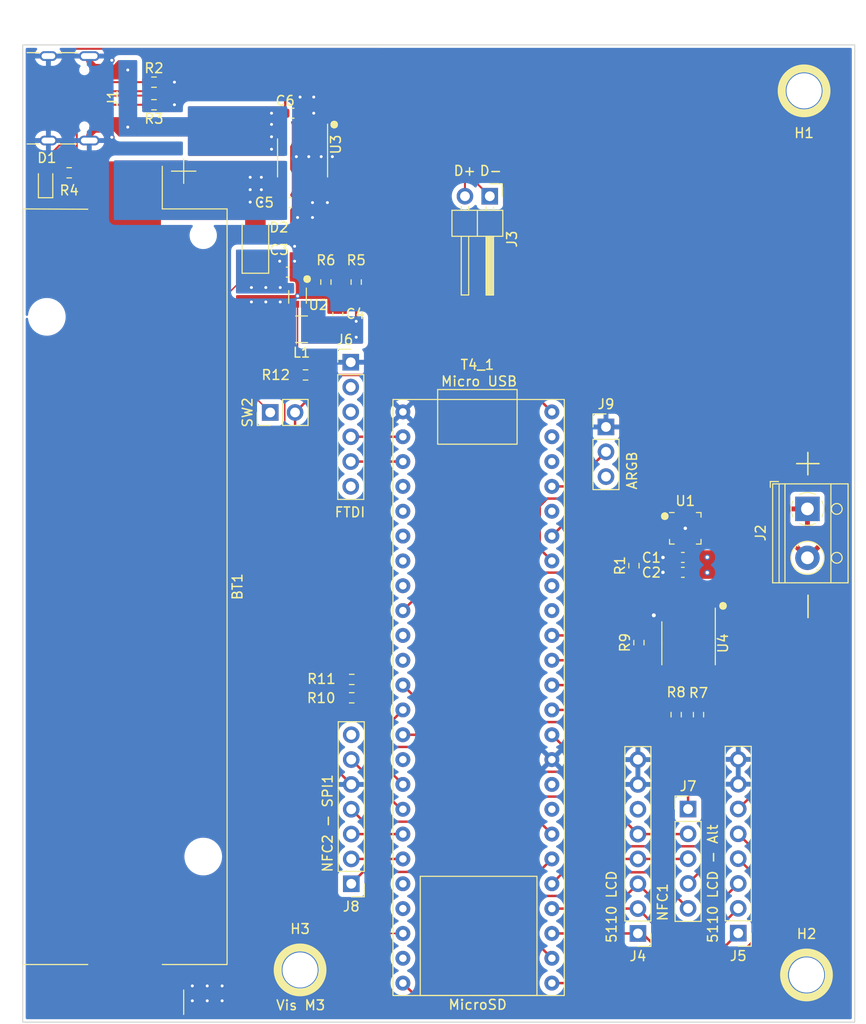
<source format=kicad_pcb>
(kicad_pcb (version 20221018) (generator pcbnew)
  (title_block (title "Carte projet Barbapapa") (date "2023-06-22") (rev "0.2") (company "Téo-CD"))
  (layers (0 "F.Cu" signal) (1 "In1.Cu" power) (2 "In2.Cu" power) (31 "B.Cu" power) (34 "B.Paste" user) (35 "F.Paste" user) (36 "B.SilkS" user "B.Silkscreen") (37 "F.SilkS" user "F.Silkscreen") (38 "B.Mask" user) (39 "F.Mask" user) (44 "Edge.Cuts" user))
  (net 0 "")
  (net 1 "/Power and USB/BATT_LOAD")
  (net 2 "VSS")
  (net 3 "/+3.3V")
  (net 4 "/Power and USB/VBUS")
  (net 5 "Net-(D1-K)")
  (net 6 "Net-(D1-A)")
  (net 7 "Net-(J1-CC1)")
  (net 8 "/Power and USB/USB_D_P")
  (net 9 "/Power and USB/USB_D_N")
  (net 11 "Net-(J1-CC2)")
  (net 13 "/Audio/Speaker_P")
  (net 14 "/Audio/Speaker_N")
  (net 15 "/LCD connectors/LCD_RST")
  (net 16 "/LCD connectors/LCD_CS")
  (net 17 "/LCD connectors/LCD_DC")
  (net 18 "/SPI_COPI")
  (net 19 "/SPI_SCK")
  (net 20 "/LCD connectors/LCD_COPI_ALT")
  (net 21 "/LCD connectors/LCD_SCK_ALT")
  (net 24 "Net-(J6-Pin_4)")
  (net 25 "Net-(J6-Pin_5)")
  (net 27 "/NFC Connectors/NFC1_CS")
  (net 28 "/SPI_CIPO")
  (net 29 "/NFC2_CS")
  (net 30 "/SPI1_SCK")
  (net 31 "/SPI1_COPI")
  (net 32 "/SPI1_CIPO")
  (net 33 "/NFC Connectors/NFC2_RST")
  (net 34 "Net-(J9-Pin_2)")
  (net 35 "Net-(U2-SW)")
  (net 36 "/Audio/Amp_enable")
  (net 37 "Net-(U1-~{SD_MODE})")
  (net 38 "Net-(U2-FB)")
  (net 39 "Net-(U4-X0)")
  (net 40 "Net-(U4-X3)")
  (net 41 "/Audio/AMP_GAIN_EN")
  (net 42 "/Power and USB/VIN")
  (net 48 "/Audio_OUT")
  (net 51 "/Audio/AMP_GAIN0")
  (net 52 "/Audio/AMP_GAIN1")
  (net 55 "/Audio/LRCLK")
  (net 56 "/Audio/BCLK")
  (net 64 "Net-(U1-~{GAIN_SLOT})")
  (net 70 "/NFC1_RST")
  (net 71 "/BAT_SNS")
  (net 74 "/Reg_en")
  (net 75 "/Power and USB/BATT_SAFE")
  (footprint "01_Passives:RES_0603" (layer "F.Cu") (at 51.2572 127 180)
    (fp_text reference "R11")
    (fp_text value "RES_0603_100K_1%")
  )
  (footprint "Connector_PinHeader_2.54mm:PinHeader_1x05_P2.54mm_Vertical" (layer "F.Cu") (at 85.667 140.2536)
    (fp_text reference "J7")
    (fp_text value "NFC1")
  )
  (footprint "01_Passives:RES_0603" (layer "F.Cu") (at 31.0282 68.2244 180)
    (fp_text reference "R3")
    (fp_text value "RES_0603_5K1_1%")
  )
  (footprint "Package_SO:SOIC-8_3.9x4.9mm_P1.27mm" (layer "F.Cu") (at 46.228 73.66 -90)
    (fp_text reference "U3")
    (fp_text value "MAX1811")
  )
  (footprint "01_Passives:RES_0603" (layer "F.Cu") (at 51.2572 128.8796)
    (fp_text reference "R10")
    (fp_text value "RES_0603_200k_1%")
  )
  (footprint "MountingHole:MountingHole_3.2mm_M3" (layer "F.Cu") (at 97.536 66.802)
    (fp_text reference "H1")
    (fp_text value "MountingHole")
  )
  (footprint "Diode_SMD:D_SOD-128" (layer "F.Cu") (at 41.402 82.296 90)
    (fp_text reference "D2")
    (fp_text value "PMEG3050EP-QX")
  )
  (footprint "Battery:BatteryHolder_Keystone_1042_1x18650" (layer "F.Cu") (at 28.066 117.516 -90)
    (fp_text reference "BT1")
    (fp_text value "Battery_Cell")
  )
  (footprint "01_Passives:CAP_0603" (layer "F.Cu") (at 85.1336 116.0474 180)
    (fp_text reference "C2")
    (fp_text value "CAP_0603_10uF_50V")
  )
  (footprint "Connector_PinHeader_2.54mm:PinHeader_1x02_P2.54mm_Vertical" (layer "F.Cu") (at 42.921 99.695 90)
    (fp_text reference "SW2")
    (fp_text value "Power switch")
  )
  (footprint "Connector_USB:USB_C_Receptacle_GCT_USB4105-xx-A_16P_TopMnt_Horizontal" (layer "F.Cu") (at 21.3 67.564 -90)
    (fp_text reference "J1")
    (fp_text value "USB_C_Receptacle_USB2.0")
  )
  (footprint "Stuff:Teensy 4.1" (layer "F.Cu") (at 64.1123 127.579)
    (fp_text reference "T4_1")
    (fp_text value "~")
  )
  (footprint "Connector_PinHeader_2.54mm:PinHeader_1x08_P2.54mm_Vertical" (layer "F.Cu") (at 80.5362 152.979 180)
    (fp_text reference "J4")
    (fp_text value "LCD SPI")
  )
  (footprint "01_Passives:RES_0603" (layer "F.Cu") (at 86.7338 130.6016 90)
    (fp_text reference "R7")
    (fp_text value "RES_0603_100K_1%")
  )
  (footprint "MountingHole:MountingHole_3.2mm_M3" (layer "F.Cu") (at 45.974 156.718)
    (fp_text reference "H3")
    (fp_text value "MountingHole")
  )
  (footprint "01_Passives:CAP_0603" (layer "F.Cu") (at 44.704 85.344)
    (fp_text reference "C3")
    (fp_text value "CAP_0603_10uF_50V")
  )
  (footprint "01_Passives:RES_0603" (layer "F.Cu") (at 48.6156 86.36 90)
    (fp_text reference "R6")
    (fp_text value "RES_0603_44K2_1%")
  )
  (footprint "01_Passives:CAP_0603" (layer "F.Cu") (at 44.958 78.232 180)
    (fp_text reference "C5")
    (fp_text value "CAP_0603_10uF_50V")
  )
  (footprint "MountingHole:MountingHole_3.2mm_M3" (layer "F.Cu") (at 97.79 157.226)
    (fp_text reference "H2")
    (fp_text value "MountingHole")
  )
  (footprint "Inductor_SMD:L_1210_3225Metric_Pad1.42x2.65mm_HandSolder" (layer "F.Cu") (at 46.1264 91.186)
    (fp_text reference "L1")
    (fp_text value "IND_1.5uH_5A_20%")
  )
  (footprint "Connector_PinHeader_2.54mm:PinHeader_1x07_P2.54mm_Vertical" (layer "F.Cu") (at 51.2091 147.899 180)
    (fp_text reference "J8")
    (fp_text value "NFC2")
  )
  (footprint "01_Passives:CAP_0603" (layer "F.Cu") (at 45.212 69.088 180)
    (fp_text reference "C6")
    (fp_text value "CAP_0603_10uF_50V")
  )
  (footprint "01_Passives:RES_0603" (layer "F.Cu") (at 46.5328 95.8596)
    (fp_text reference "R12")
    (fp_text value "RES_0603_5K1_1%")
  )
  (footprint "01_Passives:CAP_0603" (layer "F.Cu") (at 49.8348 89.6112 -90)
    (fp_text reference "C4")
    (fp_text value "CAP_0603_10uF_50V")
  )
  (footprint "Connector_PinHeader_2.54mm:PinHeader_1x06_P2.54mm_Vertical" (layer "F.Cu") (at 51.1583 94.559)
    (fp_text reference "J6")
    (fp_text value "Random FTDI")
  )
  (footprint "Package_TO_SOT_SMD:SOT-563" (layer "F.Cu") (at 45.712 87.872 -90)
    (fp_text reference "U2")
    (fp_text value "AP61201Z6-7 buck")
  )
  (footprint "01_Passives:RES_0603" (layer "F.Cu") (at 84.4478 130.6016 90)
    (fp_text reference "R8")
    (fp_text value "RES_0603_100K_1%")
  )
  (footprint "01_Passives:CAP_0603" (layer "F.Cu") (at 85.1336 114.5234 180)
    (fp_text reference "C1")
    (fp_text value "CAP_0603_100nF_50V")
  )
  (footprint "Connector_PinHeader_2.54mm:PinHeader_1x03_P2.54mm_Vertical" (layer "F.Cu") (at 77.2695 101.178)
    (fp_text reference "J9")
    (fp_text value "RGB_LED")
  )
  (footprint "01_Passives:RES_0603" (layer "F.Cu") (at 51.7144 86.36 -90)
    (fp_text reference "R5")
    (fp_text value "RES_0603_200k_1%")
  )
  (footprint "01_Passives:RES_0603" (layer "F.Cu") (at 22.352 75.184)
    (fp_text reference "R4")
    (fp_text value "RES_0603_200_1%")
  )
  (footprint "Package_SO:TSSOP-16_4.4x5mm_P0.65mm" (layer "F.Cu") (at 85.7178 123.3041 -90)
    (fp_text reference "U4")
    (fp_text value "CD4051B")
  )
  (footprint "TerminalBlock_RND:TerminalBlock_RND_205-00012_1x02_P5.00mm_Horizontal" (layer "F.Cu") (at 97.8787 109.5596 -90)
    (fp_text reference "J2")
    (fp_text value "Speaker")
  )
  (footprint "01_Passives:RES_0603" (layer "F.Cu") (at 31.0282 65.913)
    (fp_text reference "R2")
    (fp_text value "RES_0603_5K1_1%")
  )
  (footprint "LED_SMD:LED_0603_1608Metric_Pad1.05x0.95mm_HandSolder" (layer "F.Cu") (at 19.939 76.073 90)
    (fp_text reference "D1")
    (fp_text value "LED")
  )
  (footprint "Connector_PinHeader_2.54mm:PinHeader_1x08_P2.54mm_Vertical" (layer "F.Cu") (at 90.7978 152.9536 180)
    (fp_text reference "J5")
    (fp_text value "LCD Soft SPI")
  )
  (footprint "01_Passives:RES_0603" (layer "F.Cu") (at 80.6378 123.2356 90)
    (fp_text reference "R9")
    (fp_text value "RES_0603_5K1_1%")
  )
  (footprint "Connector_PinHeader_2.54mm:PinHeader_1x02_P2.54mm_Horizontal" (layer "F.Cu") (at 65.3823 77.579 -90)
    (fp_text reference "J3")
    (fp_text value "Conn_01x02")
  )
  (footprint "Package_DFN_QFN:TQFN-16-1EP_3x3mm_P0.5mm_EP1.23x1.23mm" (layer "F.Cu") (at 85.3816 111.5439)
    (fp_text reference "U1")
    (fp_text value "MAX98357A/B")
  )
  (footprint "01_Passives:RES_0603" (layer "F.Cu") (at 80.1298 115.3616 90)
    (fp_text reference "R1")
    (fp_text value "RES_0603_634K_1%")
  )
  (gr_circle (center 97.536 66.802) (end 99.836 66.802) (stroke (width 0.8)) (fill none) (layer "F.SilkS"))
  (gr_circle (center 97.7808 157.226) (end 100.0808 157.226) (stroke (width 0.8)) (fill none) (layer "F.SilkS"))
  (gr_circle (center 45.974 156.7088) (end 48.274 156.7088) (stroke (width 0.8)) (fill none) (layer "F.SilkS"))
  (gr_rect (start 17.6022 62.103) (end 102.7176 162.052) (stroke (width 0.1)) (fill none) (layer "Edge.Cuts"))
  (gr_text "+" (at 95.9639 106.4462) (layer "F.SilkS") (effects (font (size 3 3) (thickness 0.153)) (justify left bottom)))
  (gr_text "-" (at 96.4211 117.5714 -90) (layer "F.SilkS") (effects (font (size 3 3) (thickness 0.153)) (justify left bottom)))
  (gr_text "Vis M3" (at 43.434 160.909) (layer "F.SilkS") (effects (font (size 1 1) (thickness 0.153)) (justify left bottom)))
  (gr_text "●" (at 46.101 86.4616) (layer "F.SilkS") (effects (font (size 0.8 0.8) (thickness 0.153)) (justify left bottom)))
  (gr_text "NFC1" (at 83.6554 151.8106 90) (layer "F.SilkS") (effects (font (size 1 1) (thickness 0.153)) (justify left bottom)))
  (gr_text "●" (at 48.8696 70.6628) (layer "F.SilkS") (effects (font (size 0.8 0.8) (thickness 0.153)) (justify left bottom)))
  (gr_text "●" (at 82.6902 110.7134) (layer "F.SilkS") (effects (font (size 0.8 0.8) (thickness 0.153)) (justify left bottom)))
  (gr_text "ARGB" (at 80.5207 107.6654 90) (layer "F.SilkS") (effects (font (size 1 1) (thickness 0.153)) (justify left bottom)))
  (gr_text "5110 LCD" (at 78.423 154.0458 90) (layer "F.SilkS") (effects (font (size 1 1) (thickness 0.153)) (justify left bottom)))
  (gr_text "D+" (at 61.595 75.565) (layer "F.SilkS") (effects (font (size 1 1) (thickness 0.153)) (justify left bottom)))
  (gr_text "D-" (at 64.262 75.565) (layer "F.SilkS") (effects (font (size 1 1) (thickness 0.153)) (justify left bottom)))
  (gr_text "●" (at 88.646 119.888) (layer "F.SilkS") (effects (font (size 0.8 0.8) (thickness 0.153)) (justify left bottom)))
  (gr_text "5110 LCD - Alt" (at 88.7862 154.0458 90) (layer "F.SilkS") (effects (font (size 1 1) (thickness 0.153)) (justify left bottom)))
  (gr_text "NFC2 - SPI1" (at 49.3776 146.812 90) (layer "F.SilkS") (effects (font (size 1 1) (thickness 0.153)) (justify left bottom)))
  (gr_text "FTDI" (at 49.4284 110.49) (layer "F.SilkS") (effects (font (size 1 1) (thickness 0.153)) (justify left bottom)))
  (via (at 40.8686 76.9112) (size 0.56) (drill 0.3) (layers "F.Cu" "B.Cu") (net 1))
  (via (at 40.8686 78.1812) (size 0.56) (drill 0.3) (layers "F.Cu" "B.Cu") (net 1))
  (via (at 42.0116 76.9112) (size 0.56) (drill 0.3) (layers "F.Cu" "B.Cu") (net 1))
  (via (at 42.0116 78.1812) (size 0.56) (drill 0.3) (layers "F.Cu" "B.Cu") (net 1))
  (via (at 42.0116 75.6412) (size 0.56) (drill 0.3) (layers "F.Cu" "B.Cu") (net 1))
  (via (at 40.8686 75.6412) (size 0.56) (drill 0.3) (layers "F.Cu" "B.Cu") (net 1))
  (segment (start 83.0966 116.0474) (end 84.3586 116.0474) (width 0.4) (layer "F.Cu") (net 2))
  (segment (start 85.1316 110.1064) (end 85.1316 111.2939) (width 0.15) (layer "F.Cu") (net 2))
  (segment (start 83.9441 111.7939) (end 85.1316 111.7939) (width 0.15) (layer "F.Cu") (net 2))
  (segment (start 83.1016 114.5234) (end 84.3586 114.5234) (width 0.4) (layer "F.Cu") (net 2))
  (segment (start 83.4428 120.4416) (end 82.1618 120.4416) (width 0.25) (layer "F.Cu") (net 2))
  (segment (start 49.3268 129.3876) (end 49.3268 135.8567) (width 0.25) (layer "F.Cu") (net 2))
  (segment (start 49.3268 135.8567) (end 51.2091 137.739) (width 0.25) (layer "F.Cu") (net 2))
  (segment (start 83.4428 120.4416) (end 84.0928 120.4416) (width 0.25) (layer "F.Cu") (net 2))
  (segment (start 87.3428 124.91533) (end 87.3428 126.1666) (width 0.25) (layer "F.Cu") (net 2))
  (segment (start 24.405 63.789) (end 24.98 64.364) (width 0.6) (layer "F.Cu") (net 2))
  (segment (start 33.1216 68.2244) (end 31.8532 68.2244) (width 0.25) (layer "F.Cu") (net 2))
  (segment (start 51.1583 94.559) (end 47.9858 94.559) (width 0.15) (layer "F.Cu") (net 2))
  (segment (start 86.9828 135.1736) (end 90.7978 135.1736) (width 0.25) (layer "F.Cu") (net 2))
  (segment (start 84.0928 120.4416) (end 84.0928 121.66533) (width 0.25) (layer "F.Cu") (net 2))
  (segment (start 24.98 70.764) (end 25.9224 70.764) (width 0.6) (layer "F.Cu") (net 2))
  (segment (start 47.9858 94.559) (end 47.3578 95.187) (width 0.15) (layer "F.Cu") (net 2))
  (segment (start 47.3578 95.187) (end 47.3578 95.8596) (width 0.15) (layer "F.Cu") (net 2))
  (segment (start 24.98 64.364) (end 26.024 64.364) (width 0.6) (layer "F.Cu") (net 2))
  (segment (start 86.8191 111.2939) (end 85.6316 111.2939) (width 0.15) (layer "F.Cu") (net 2))
  (segment (start 50.4322 128.8796) (end 49.8348 128.8796) (width 0.25) (layer "F.Cu") (net 2))
  (segment (start 25.9224 70.764) (end 26.7102 71.5518) (width 0.6) (layer "F.Cu") (net 2))
  (segment (start 24.405 71.884) (end 24.405 71.339) (width 0.6) (layer "F.Cu") (net 2))
  (segment (start 33.1216 65.913) (end 31.8532 65.913) (width 0.25) (layer "F.Cu") (net 2))
  (segment (start 49.8348 128.8796) (end 49.3268 129.3876) (width 0.25) (layer "F.Cu") (net 2))
  (segment (start 84.4478 132.6386) (end 86.9828 135.1736) (width 0.25) (layer "F.Cu") (net 2))
  (segment (start 84.4478 131.4266) (end 84.4478 132.6386) (width 0.25) (layer "F.Cu") (net 2))
  (segment (start 84.0928 121.66533) (end 87.3428 124.91533) (width 0.25) (layer "F.Cu") (net 2))
  (segment (start 26.024 64.364) (end 26.7102 63.6778) (width 0.6) (layer "F.Cu") (net 2))
  (segment (start 24.405 63.244) (end 24.405 63.789) (width 0.6) (layer "F.Cu") (net 2))
  (segment (start 24.405 71.339) (end 24.98 70.764) (width 0.6) (layer "F.Cu") (net 2))
  (via (at 47.244 78.232) (size 0.56) (drill 0.3) (layers "F.Cu" "B.Cu") (net 2))
  (via (at 34.9504 159.8676) (size 0.56) (drill 0.3) (layers "F.Cu" "B.Cu") (net 2))
  (via (at 36.4744 159.8676) (size 0.56) (drill 0.3) (layers "F.Cu" "B.Cu") (net 2))
  (via (at 45.4152 82.7024) (size 0.56) (drill 0.3) (layers "F.Cu" "B.Cu") (net 2))
  (via (at 82.1618 120.4416) (size 0.8) (drill 0.4) (layers "F.Cu" "B.Cu") (net 2))
  (via (at 45.72 79.756) (size 0.56) (drill 0.3) (layers "F.Cu" "B.Cu") (net 2))
  (via (at 42.4688 88.392) (size 0.56) (drill 0.3) (layers "F.Cu" "B.Cu") (net 2))
  (via (at 33.1216 65.913) (size 0.56) (drill 0.3) (layers "F.Cu" "B.Cu") (net 2))
  (via (at 45.4152 84.2264) (size 0.56) (drill 0.3) (layers "F.Cu" "B.Cu") (net 2))
  (via (at 47.371 67.437) (size 0.56) (drill 0.3) (layers "F.Cu" "B.Cu") (net 2))
  (via (at 48.768 78.232) (size 0.56) (drill 0.3) (layers "F.Cu" "B.Cu") (net 2))
  (via (at 47.244 79.756) (size 0.56) (drill 0.3) (layers "F.Cu" "B.Cu") (net 2))
  (via (at 37.9984 158.3436) (size 0.56) (drill 0.3) (layers "F.Cu" "B.Cu") (net 2))
  (via (at 45.72 87.7824) (size 0.56) (drill 0.3) (layers "F.Cu" "B.Cu") (net 2))
  (via (at 34.9504 158.3436) (size 0.56) (drill 0.3) (layers "F.Cu" "B.Cu") (net 2))
  (via (at 45.593 73.533) (size 0.56) (drill 0.3) (layers "F.Cu" "B.Cu") (net 2))
  (via (at 45.974 67.437) (size 0.56) (drill 0.3) (layers "F.Cu" "B.Cu") (net 2))
  (via (at 26.7102 63.6778) (size 0.56) (drill 0.3) (layers "F.Cu" "B.Cu") (net 2))
  (via (at 46.863 73.533) (size 0.56) (drill 0.3) (layers "F.Cu" "B.Cu") (net 2))
  (via (at 36.4744 158.3436) (size 0.56) (drill 0.3) (layers "F.Cu" "B.Cu") (net 2))
  (via (at 40.9956 88.392) (size 0.56) (drill 0.3) (layers "F.Cu" "B.Cu") (net 2))
  (via (at 43.942 88.392) (size 0.56) (drill 0.3) (layers "F.Cu" "B.Cu") (net 2))
  (via (at 33.1216 68.2244) (size 0.56) (drill 0.3) (layers "F.Cu" "B.Cu") (net 2))
  (via (at 49.276 73.533) (size 0.56) (drill 0.3) (layers "F.Cu" "B.Cu") (net 2))
  (via (at 85.3816 111.5439) (size 0.61) (drill 0.35) (layers "F.Cu" "B.Cu") (net 2))
  (via (at 83.0966 116.0474) (size 0.61) (drill 0.35) (layers "F.Cu" "B.Cu") (net 2))
  (via (at 26.7102 71.5518) (size 0.56) (drill 0.3) (layers "F.Cu" "B.Cu") (net 2))
  (via (at 37.9984 159.8676) (size 0.56) (drill 0.3) (layers "F.Cu" "B.Cu") (net 2))
  (via (at 83.1016 114.5234) (size 0.61) (drill 0.35) (layers "F.Cu" "B.Cu") (net 2))
  (via (at 47.371 69.088) (size 0.56) (drill 0.3) (layers "F.Cu" "B.Cu") (net 2))
  (via (at 48.133 73.533) (size 0.56) (drill 0.3) (layers "F.Cu" "B.Cu") (net 2))
  (segment (start 87.9928 128.3156) (end 87.9928 130.3366) (width 0.25) (layer "F.Cu") (net 3))
  (segment (start 87.9928 126.1666) (end 87.9928 128.3156) (width 0.25) (layer "F.Cu") (net 3))
  (segment (start 85.852 124.0606) (end 80.6378 124.0606) (width 0.25) (layer "F.Cu") (net 3))
  (segment (start 86.6928 126.1666) (end 86.6928 127.6954) (width 0.25) (layer "F.Cu") (net 3))
  (segment (start 86.6928 124.9014) (end 85.852 124.0606) (width 0.25) (layer "F.Cu") (net 3))
  (segment (start 85.9086 114.5234) (end 85.9086 113.2044) (width 0.9) (layer "F.Cu") (net 3))
  (segment (start 87.313 128.3156) (end 87.9928 128.3156) (width 0.25) (layer "F.Cu") (net 3))
  (segment (start 92.5758 138.4756) (end 92.5758 134.9196) (width 0.25) (layer "F.Cu") (net 3))
  (segment (start 88.0374 131.4266) (end 86.7338 131.4266) (width 0.25) (layer "F.Cu") (net 3))
  (segment (start 88.5601 130.9039) (end 88.0374 131.4266) (width 0.25) (layer "F.Cu") (net 3))
  (segment (start 89.2738 131.6176) (end 88.5601 130.9039) (width 0.25) (layer "F.Cu") (net 3))
  (segment (start 87.9928 130.3366) (end 89.2738 131.6176) (width 0.25) (layer "F.Cu") (net 3))
  (segment (start 86.6928 126.1666) (end 86.6928 124.9014) (width 0.25) (layer "F.Cu") (net 3))
  (segment (start 92.5758 134.9196) (end 89.2738 131.6176) (width 0.25) (layer "F.Cu") (net 3))
  (segment (start 90.7978 140.2536) (end 92.5758 138.4756) (width 0.25) (layer "F.Cu") (net 3))
  (segment (start 86.6928 127.6954) (end 87.313 128.3156) (width 0.25) (layer "F.Cu") (net 3))
  (segment (start 51.7144 87.185) (end 51.7144 90.3732) (width 0.25) (layer "F.Cu") (net 3))
  (segment (start 85.9086 113.2044) (end 85.9066 113.2024) (width 0.9) (layer "F.Cu") (net 3))
  (via (at 87.63 114.5032) (size 0.61) (drill 0.35) (layers "F.Cu" "B.Cu") (net 3))
  (via (at 87.63 116.078) (size 0.61) (drill 0.35) (layers "F.Cu" "B.Cu") (net 3))
  (via (at 51.7144 90.3732) (size 0.6) (drill 0.3) (layers "F.Cu" "B.Cu") (net 3))
  (via (at 51.7144 91.9988) (size 0.6) (drill 0.3) (layers "F.Cu" "B.Cu") (net 3))
  (segment (start 45.339 66.04) (end 44.45 66.929) (width 0.25) (layer "F.Cu") (net 4))
  (segment (start 46.863 71.185) (end 48.133 71.185) (width 0.25) (layer "F.Cu") (net 4))
  (segment (start 51.054 71.758) (end 50.481 71.185) (width 0.25) (layer "F.Cu") (net 4))
  (segment (start 23.177 75.184) (end 23.128 75.135) (width 0.2) (layer "F.Cu") (net 4))
  (segment (start 44.45 66.929) (end 44.45 69.075) (width 0.25) (layer "F.Cu") (net 4))
  (segment (start 50.481 70.931) (end 51.562 69.85) (width 0.25) (layer "F.Cu") (net 4))
  (segment (start 51.054 73.7616) (end 51.054 71.758) (width 0.25) (layer "F.Cu") (net 4))
  (segment (start 50.481 71.185) (end 50.481 70.931) (width 0.25) (layer "F.Cu") (net 4))
  (segment (start 24.8152 69.7992) (end 24.98 69.964) (width 0.2) (layer "F.Cu") (net 4))
  (segment (start 44.45 69.075) (end 44.437 69.088) (width 0.25) (layer "F.Cu") (net 4))
  (segment (start 46.863 76.135) (end 46.863 75.758249) (width 0.25) (layer "F.Cu") (net 4))
  (segment (start 51.562 66.294) (end 51.308 66.04) (width 0.25) (layer "F.Cu") (net 4))
  (segment (start 51.308 66.04) (end 45.339 66.04) (width 0.25) (layer "F.Cu") (net 4))
  (segment (start 48.133 71.185) (end 50.481 71.185) (width 0.25) (layer "F.Cu") (net 4))
  (segment (start 23.5712 69.7992) (end 24.8152 69.7992) (width 0.2) (layer "F.Cu") (net 4))
  (segment (start 23.128 75.135) (end 23.128 70.2424) (width 0.2) (layer "F.Cu") (net 4))
  (segment (start 46.863 75.758249) (end 47.742049 74.8792) (width 0.25) (layer "F.Cu") (net 4))
  (segment (start 51.562 69.85) (end 51.562 66.294) (width 0.25) (layer "F.Cu") (net 4))
  (segment (start 49.9364 74.8792) (end 51.054 73.7616) (width 0.25) (layer "F.Cu") (net 4))
  (segment (start 47.742049 74.8792) (end 49.9364 74.8792) (width 0.25) (layer "F.Cu") (net 4))
  (segment (start 23.128 70.2424) (end 23.5712 69.7992) (width 0.2) (layer "F.Cu") (net 4))
  (via (at 43.053 71.501) (size 0.56) (drill 0.3) (layers "F.Cu" "B.Cu") (net 4))
  (via (at 43.053 70.231) (size 0.56) (drill 0.3) (layers "F.Cu" "B.Cu") (net 4))
  (via (at 28.3464 70.5104) (size 0.56) (drill 0.3) (layers "F.Cu" "B.Cu") (net 4))
  (via (at 43.053 69.088) (size 0.56) (drill 0.3) (layers "F.Cu" "B.Cu") (net 4))
  (via (at 28.3464 64.6684) (size 0.56) (drill 0.3) (layers "F.Cu" "B.Cu") (net 4))
  (via (at 43.053 72.771) (size 0.56) (drill 0.3) (layers "F.Cu" "B.Cu") (net 4))
  (segment (start 69.088 79.375) (end 61.341 79.375) (width 0.2) (layer "F.Cu") (net 5))
  (segment (start 21.8948 71.8312) (end 21.8948 63.6524) (width 0.2) (layer "F.Cu") (net 5))
  (segment (start 18.9992 76.0082) (end 18.9992 74.7268) (width 0.2) (layer "F.Cu") (net 5))
  (segment (start 18.9992 74.7268) (end 21.8948 71.8312) (width 0.2) (layer "F.Cu") (net 5))
  (segment (start 21.8948 63.6524) (end 23.0442 62.503) (width 0.2) (layer "F.Cu") (net 5))
  (segment (start 23.0442 62.503) (end 54.121 62.503) (width 0.2) (layer "F.Cu") (net 5))
  (segment (start 61.341 79.375) (end 58.101 76.135) (width 0.2) (layer "F.Cu") (net 5))
  (segment (start 54.121 62.503) (end 69.088 77.47) (width 0.2) (layer "F.Cu") (net 5))
  (segment (start 69.088 77.47) (end 69.088 79.375) (width 0.2) (layer "F.Cu") (net 5))
  (segment (start 58.101 76.135) (end 48.133 76.135) (width 0.2) (layer "F.Cu") (net 5))
  (segment (start 19.939 76.948) (end 18.9992 76.0082) (width 0.2) (layer "F.Cu") (net 5))
  (segment (start 21.527 75.184) (end 19.953 75.184) (width 0.2) (layer "F.Cu") (net 6))
  (segment (start 19.953 75.184) (end 19.939 75.198) (width 0.2) (layer "F.Cu") (net 6))
  (segment (start 26.797 65.913) (end 30.2032 65.913) (width 0.2) (layer "F.Cu") (net 7))
  (segment (start 24.98 66.314) (end 26.396 66.314) (width 0.2) (layer "F.Cu") (net 7))
  (segment (start 26.396 66.314) (end 26.797 65.913) (width 0.2) (layer "F.Cu") (net 7))
  (segment (start 24.98 67.314) (end 25.842501 67.314) (width 0.2) (layer "F.Cu") (net 8))
  (segment (start 51.907903 64.741) (end 62.8423 75.675397) (width 0.2) (layer "F.Cu") (net 8))
  (segment (start 41.4872 67.289) (end 44.0352 64.741) (width 0.2) (layer "F.Cu") (net 8))
  (segment (start 24.98 67.314) (end 26.126 67.314) (width 0.25) (layer "F.Cu") (net 8))
  (segment (start 44.0352 64.741) (end 51.907903 64.741) (width 0.2) (layer "F.Cu") (net 8))
  (segment (start 62.8423 75.675397) (end 62.8423 77.579) (width 0.2) (layer "F.Cu") (net 8))
  (segment (start 25.855 68.314) (end 24.98 68.314) (width 0.25) (layer "F.Cu") (net 8))
  (segment (start 26.126 67.314) (end 26.126 68.043) (width 0.25) (layer "F.Cu") (net 8))
  (segment (start 25.842501 67.314) (end 25.867501 67.289) (width 0.2) (layer "F.Cu") (net 8))
  (segment (start 25.867501 67.289) (end 41.4872 67.289) (width 0.2) (layer "F.Cu") (net 8))
  (segment (start 26.126 68.043) (end 25.855 68.314) (width 0.25) (layer "F.Cu") (net 8))
  (segment (start 25.867501 66.839) (end 41.3008 66.839) (width 0.2) (layer "F.Cu") (net 9))
  (segment (start 24.98 66.814) (end 25.842501 66.814) (width 0.2) (layer "F.Cu") (net 9))
  (segment (start 43.8488 64.291) (end 52.0943 64.291) (width 0.2) (layer "F.Cu") (net 9))
  (segment (start 23.8146 67.5236) (end 24.105 67.814) (width 0.25) (layer "F.Cu") (net 9))
  (segment (start 52.0943 64.291) (end 65.3823 77.579) (width 0.2) (layer "F.Cu") (net 9))
  (segment (start 24.105 66.814) (end 23.8146 67.1044) (width 0.25) (layer "F.Cu") (net 9))
  (segment (start 23.8146 67.1044) (end 23.8146 67.5236) (width 0.25) (layer "F.Cu") (net 9))
  (segment (start 24.105 67.814) (end 24.98 67.814) (width 0.25) (layer "F.Cu") (net 9))
  (segment (start 41.3008 66.839) (end 43.8488 64.291) (width 0.2) (layer "F.Cu") (net 9))
  (segment (start 24.98 66.814) (end 24.105 66.814) (width 0.25) (layer "F.Cu") (net 9))
  (segment (start 25.842501 66.814) (end 25.867501 66.839) (width 0.2) (layer "F.Cu") (net 9))
  (segment (start 24.98 69.314) (end 25.755 69.314) (width 0.2) (layer "F.Cu") (net 11))
  (segment (start 26.8446 68.2244) (end 30.2032 68.2244) (width 0.2) (layer "F.Cu") (net 11))
  (segment (start 25.755 69.314) (end 26.8446 68.2244) (width 0.2) (layer "F.Cu") (net 11))
  (segment (start 88.9182 154.8332) (end 90.7978 152.9536) (width 0.25) (layer "F.Cu") (net 15))
  (segment (start 80.9934 152.979) (end 82.8476 154.8332) (width 0.25) (layer "F.Cu") (net 15))
  (segment (start 82.8476 154.8332) (end 88.9182 154.8332) (width 0.25) (layer "F.Cu") (net 15))
  (segment (start 80.5362 152.979) (end 71.7323 152.979) (width 0.25) (layer "F.Cu") (net 15))
  (segment (start 80.5362 150.439) (end 71.7323 150.439) (width 0.25) (layer "F.Cu") (net 16))
  (segment (start 84.1176 154.0204) (end 87.191 154.0204) (width 0.25) (layer "F.Cu") (net 16))
  (segment (start 80.5362 150.439) (end 84.1176 154.0204) (width 0.25) (layer "F.Cu") (net 16))
  (segment (start 87.191 154.0204) (end 90.7978 150.4136) (width 0.25) (layer "F.Cu") (net 16))
  (segment (start 79.2916 149.1436) (end 71.0744 149.1436) (width 0.25) (layer "F.Cu") (net 17))
  (segment (start 70.104 150.114) (end 71.0744 149.1436) (width 0.25) (layer "F.Cu") (net 17))
  (segment (start 80.5362 147.899) (end 84.8288 152.1916) (width 0.25) (layer "F.Cu") (net 17))
  (segment (start 86.4798 152.1916) (end 90.7978 147.8736) (width 0.25) (layer "F.Cu") (net 17))
  (segment (start 70.104 153.8907) (end 70.104 150.114) (width 0.25) (layer "F.Cu") (net 17))
  (segment (start 84.8288 152.1916) (end 86.4798 152.1916) (width 0.25) (layer "F.Cu") (net 17))
  (segment (start 71.7323 155.519) (end 70.104 153.8907) (width 0.25) (layer "F.Cu") (net 17))
  (segment (start 79.2916 149.1436) (end 80.5362 147.899) (width 0.25) (layer "F.Cu") (net 17))
  (segment (start 59.3167 133.9036) (end 55.5067 133.9036) (width 0.25) (layer "F.Cu") (net 18))
  (segment (start 85.6416 145.359) (end 85.667 145.3336) (width 0.25) (layer "F.Cu") (net 18))
  (segment (start 80.5362 145.359) (end 78.9001 145.359) (width 0.25) (layer "F.Cu") (net 18))
  (segment (start 55.5067 133.9036) (end 54.9987 133.3956) (width 0.25) (layer "F.Cu") (net 18))
  (segment (start 54.9987 133.3956) (end 54.9987 131.6126) (width 0.25) (layer "F.Cu") (net 18))
  (segment (start 80.5362 145.359) (end 85.6416 145.359) (width 0.25) (layer "F.Cu") (net 18))
  (segment (start 54.9987 131.6126) (end 56.4923 130.119) (width 0.25) (layer "F.Cu") (net 18))
  (segment (start 64.3967 138.9836) (end 59.3167 133.9036) (width 0.25) (layer "F.Cu") (net 18))
  (segment (start 78.9001 145.359) (end 72.5247 138.9836) (width 0.25) (layer "F.Cu") (net 18))
  (segment (start 72.5247 138.9836) (end 64.3967 138.9836) (width 0.25) (layer "F.Cu") (net 18))
  (segment (start 78.486 139.4127) (end 71.7323 132.659) (width 0.25) (layer "F.Cu") (net 19))
  (segment (start 85.6416 142.819) (end 85.667 142.7936) (width 0.25) (layer "F.Cu") (net 19))
  (segment (start 80.5362 142.819) (end 78.486 140.7688) (width 0.25) (layer "F.Cu") (net 19))
  (segment (start 80.5362 142.819) (end 85.6416 142.819) (width 0.25) (layer "F.Cu") (net 19))
  (segment (start 78.486 140.7688) (end 78.486 139.4127) (width 0.25) (layer "F.Cu") (net 19))
  (segment (start 88.0424 158.059) (end 93.0838 153.0176) (width 0.25) (layer "F.Cu") (net 20))
  (segment (start 93.0838 153.0176) (end 93.0838 147.6196) (width 0.25) (layer "F.Cu") (net 20))
  (segment (start 93.0838 147.6196) (end 90.7978 145.3336) (width 0.25) (layer "F.Cu") (net 20))
  (segment (start 71.7323 158.059) (end 88.0424 158.059) (width 0.25) (layer "F.Cu") (net 20))
  (segment (start 88.3464 160.0656) (end 58.4989 160.0656) (width 0.25) (layer "F.Cu") (net 21))
  (segment (start 94.0998 154.3122) (end 88.3464 160.0656) (width 0.25) (layer "F.Cu") (net 21))
  (segment (start 58.4989 160.0656) (end 56.4923 158.059) (width 0.25) (layer "F.Cu") (net 21))
  (segment (start 94.0998 146.0956) (end 94.0998 154.3122) (width 0.25) (layer "F.Cu") (net 21))
  (segment (start 90.7978 142.7936) (end 94.0998 146.0956) (width 0.25) (layer "F.Cu") (net 21))
  (segment (start 51.1583 102.179) (end 56.4923 102.179) (width 0.25) (layer "F.Cu") (net 24))
  (segment (start 56.4923 104.719) (end 51.1583 104.719) (width 0.25) (layer "F.Cu") (net 25))
  (segment (start 81.1458 131.3636) (end 60.2769 131.3636) (width 0.25) (layer "F.Cu") (net 27))
  (segment (start 60.2769 131.3636) (end 56.4923 127.579) (width 0.25) (layer "F.Cu") (net 27))
  (segment (start 85.667 135.8848) (end 81.1458 131.3636) (width 0.25) (layer "F.Cu") (net 27))
  (segment (start 85.667 140.2536) (end 85.667 135.8848) (width 0.25) (layer "F.Cu") (net 27))
  (segment (start 79.5476 144.0636) (end 86.4798 144.0636) (width 0.25) (layer "F.Cu") (net 28))
  (segment (start 77.724 140.716) (end 77.724 142.24) (width 0.25) (layer "F.Cu") (net 28))
  (segment (start 87.2418 144.8256) (end 87.2418 146.2988) (width 0.25) (layer "F.Cu") (net 28))
  (segment (start 77.724 142.24) (end 79.5476 144.0636) (width 0.25) (layer "F.Cu") (net 28))
  (segment (start 56.4923 132.659) (end 61.6281 132.659) (width 0.25) (layer "F.Cu") (net 28))
  (segment (start 73.4516 136.4436) (end 77.724 140.716) (width 0.25) (layer "F.Cu") (net 28))
  (segment (start 65.4127 136.4436) (end 73.4516 136.4436) (width 0.25) (layer "F.Cu") (net 28))
  (segment (start 86.4798 144.0636) (end 87.2418 144.8256) (width 0.25) (layer "F.Cu") (net 28))
  (segment (start 87.2418 146.2988) (end 85.667 147.8736) (width 0.25) (layer "F.Cu") (net 28))
  (segment (start 61.6281 132.659) (end 65.4127 136.4436) (width 0.25) (layer "F.Cu") (net 28))
  (segment (start 70.4063 146.685) (end 71.7323 145.359) (width 0.25) (layer "F.Cu") (net 29))
  (segment (start 52.4231 146.685) (end 70.4063 146.685) (width 0.25) (layer "F.Cu") (net 29))
  (segment (start 51.2091 147.899) (end 52.4231 146.685) (width 0.25) (layer "F.Cu") (net 29))
  (segment (start 56.4923 145.359) (end 51.2091 145.359) (width 0.25) (layer "F.Cu") (net 30))
  (segment (start 56.4923 142.819) (end 51.2091 142.819) (width 0.25) (layer "F.Cu") (net 31))
  (segment (start 52.4791 141.549) (end 70.4623 141.549) (width 0.25) (layer "F.Cu") (net 32))
  (segment (start 70.4623 141.549) (end 71.7323 142.819) (width 0.25) (layer "F.Cu") (net 32))
  (segment (start 51.2091 140.279) (end 52.4791 141.549) (width 0.25) (layer "F.Cu") (net 32))
  (segment (start 56.2891 140.279) (end 56.4923 140.279) (width 0.25) (layer "F.Cu") (net 33))
  (segment (start 51.2091 135.199) (end 56.2891 140.279) (width 0.25) (layer "F.Cu") (net 33))
  (segment (start 73.7285 107.259) (end 77.2695 103.718) (width 0.25) (layer "F.Cu") (net 34))
  (segment (start 71.7323 107.259) (end 73.7285 107.259) (width 0.25) (layer "F.Cu") (net 34))
  (segment (start 45.142 90.4375) (end 45.142 88.622) (width 0.4) (layer "F.Cu") (net 35))
  (segment (start 80.1298 116.1866) (end 80.1298 117.4822) (width 0.25) (layer "F.Cu") (net 36))
  (segment (start 80.1298 117.4822) (end 75.113 122.499) (width 0.25) (layer "F.Cu") (net 36))
  (segment (start 75.113 122.499) (end 71.7323 122.499) (width 0.25) (layer "F.Cu") (net 36))
  (segment (start 82.3528 112.3136) (end 83.9244 112.3136) (width 0.25) (layer "F.Cu") (net 37))
  (segment (start 80.1298 114.5366) (end 82.3528 112.3136) (width 0.25) (layer "F.Cu") (net 37))
  (segment (start 83.9244 112.3136) (end 83.9441 112.2939) (width 0.25) (layer "F.Cu") (net 37))
  (segment (start 47.1038 85.535) (end 46.212 86.4268) (width 0.25) (layer "F.Cu") (net 38))
  (segment (start 46.212 86.4268) (end 46.212 87.122) (width 0.25) (layer "F.Cu") (net 38))
  (segment (start 51.7144 85.535) (end 48.6156 85.535) (width 0.25) (layer "F.Cu") (net 38))
  (segment (start 48.6156 85.535) (end 47.1038 85.535) (width 0.25) (layer "F.Cu") (net 38))
  (segment (start 86.7338 129.7766) (end 86.0428 129.0856) (width 0.25) (layer "F.Cu") (net 39))
  (segment (start 86.0428 129.0856) (end 86.0428 126.1666) (width 0.25) (layer "F.Cu") (net 39))
  (segment (start 85.3928 128.8316) (end 85.3928 126.1666) (width 0.25) (layer "F.Cu") (net 40))
  (segment (start 84.4478 129.7766) (end 85.3928 128.8316) (width 0.25) (layer "F.Cu") (net 40))
  (segment (start 80.6378 122.4106) (end 80.6378 119.1716) (width 0.25) (layer "F.Cu") (net 41))
  (segment (start 78.9606 122.4106) (end 80.6378 122.4106) (width 0.25) (layer "F.Cu") (net 41))
  (segment (start 76.3322 125.039) (end 78.9606 122.4106) (width 0.25) (layer "F.Cu") (net 41))
  (segment (start 80.6378 119.1716) (end 80.8918 118.9176) (width 0.25) (layer "F.Cu") (net 41))
  (segment (start 71.7323 125.039) (end 76.3322 125.039) (width 0.25) (layer "F.Cu") (net 41))
  (segment (start 80.8918 118.9176) (end 84.1938 118.9176) (width 0.25) (layer "F.Cu") (net 41))
  (segment (start 84.1938 118.9176) (end 84.7428 119.4666) (width 0.25) (layer "F.Cu") (net 41))
  (segment (start 84.7428 119.4666) (end 84.7428 120.4416) (width 0.25) (layer "F.Cu") (net 41))
  (segment (start 67.9529 95.8596) (end 71.7323 99.639) (width 0.25) (layer "F.Cu") (net 42))
  (segment (start 49.2964 95.8596) (end 67.9529 95.8596) (width 0.25) (layer "F.Cu") (net 42))
  (segment (start 45.461 122.0288) (end 50.4322 127) (width 0.25) (layer "F.Cu") (net 42))
  (segment (start 45.461 99.695) (end 45.461 122.0288) (width 0.25) (layer "F.Cu") (net 42))
  (segment (start 45.461 99.695) (end 49.2964 95.8596) (width 0.25) (layer "F.Cu") (net 42))
  (segment (start 60.3733 116.078) (end 75.6034 116.078) (width 0.25) (layer "F.Cu") (net 48))
  (segment (start 75.6034 116.078) (end 80.8875 110.7939) (width 0.25) (layer "F.Cu") (net 48))
  (segment (start 80.8875 110.7939) (end 83.9441 110.7939) (width 0.25) (layer "F.Cu") (net 48))
  (segment (start 56.4923 119.959) (end 60.3733 116.078) (width 0.25) (layer "F.Cu") (net 48))
  (segment (start 84.7428 127.7362) (end 84.7428 126.1666) (width 0.25) (layer "F.Cu") (net 51))
  (segment (start 82.36 130.119) (end 71.7323 130.119) (width 0.25) (layer "F.Cu") (net 51))
  (segment (start 82.36 130.119) (end 84.7428 127.7362) (width 0.25) (layer "F.Cu") (net 51))
  (segment (start 84.0928 126.1666) (end 84.0928 127.2432) (width 0.25) (layer "F.Cu") (net 52))
  (segment (start 71.7323 127.579) (end 83.757 127.579) (width 0.25) (layer "F.Cu") (net 52))
  (segment (start 84.0928 127.2432) (end 83.757 127.579) (width 0.25) (layer "F.Cu") (net 52))
  (segment (start 85.6316 109.1012) (end 85.6316 110.1064) (width 0.25) (layer "F.Cu") (net 55))
  (segment (start 70.4927 113.6394) (end 70.4927 109.2656) (width 0.25) (layer "F.Cu") (net 55))
  (segment (start 71.2547 108.5036) (end 85.034 108.5036) (width 0.25) (layer "F.Cu") (net 55))
  (segment (start 70.4927 109.2656) (end 71.2547 108.5036) (width 0.25) (layer "F.Cu") (net 55))
  (segment (start 85.034 108.5036) (end 85.6316 109.1012) (width 0.25) (layer "F.Cu") (net 55))
  (segment (start 71.7323 114.879) (end 70.4927 113.6394) (width 0.25) (layer "F.Cu") (net 55))
  (segment (start 73.9649 110.1064) (end 84.6316 110.1064) (width 0.25) (layer "F.Cu") (net 56))
  (segment (start 71.7323 112.339) (end 73.9649 110.1064) (width 0.25) (layer "F.Cu") (net 56))
  (segment (start 79.1138 114.8536) (end 79.1138 114.0916) (width 0.25) (layer "F.Cu") (net 64))
  (segment (start 79.1138 114.0916) (end 81.9115 111.2939) (width 0.25) (layer "F.Cu") (net 64))
  (segment (start 85.6672 117.856) (end 82.8986 117.856) (width 0.25) (layer "F.Cu") (net 64))
  (segment (start 80.419025 115.3616) (end 79.6218 115.3616) (width 0.25) (layer "F.Cu") (net 64))
  (segment (start 80.8568 115.799375) (end 80.419025 115.3616) (width 0.25) (layer "F.Cu") (net 64))
  (segment (start 81.9115 111.2939) (end 83.9441 111.2939) (width 0.25) (layer "F.Cu") (net 64))
  (segment (start 80.8568 115.8142) (end 80.8568 115.799375) (width 0.25) (layer "F.Cu") (net 64))
  (segment (start 86.6928 120.4416) (end 86.6928 118.8816) (width 0.25) (layer "F.Cu") (net 64))
  (segment (start 82.8986 117.856) (end 80.8568 115.8142) (width 0.25) (layer "F.Cu") (net 64))
  (segment (start 79.6218 115.3616) (end 79.1138 114.8536) (width 0.25) (layer "F.Cu") (net 64))
  (segment (start 86.6928 118.8816) (end 85.6672 117.856) (width 0.25) (layer "F.Cu") (net 64))
  (segment (start 71.7323 147.899) (end 72.9073 146.724) (width 0.25) (layer "F.Cu") (net 70))
  (segment (start 72.9073 146.724) (end 81.9774 146.724) (width 0.25) (layer "F.Cu") (net 70))
  (segment (start 81.9774 146.724) (end 85.667 150.4136) (width 0.25) (layer "F.Cu") (net 70))
  (segment (start 52.0822 130.5174) (end 54.0004 132.4356) (width 0.25) (layer "F.Cu") (net 71))
  (segment (start 52.0822 128.8796) (end 52.0822 127) (width 0.15) (layer "F.Cu") (net 71))
  (segment (start 54.0004 135.2471) (end 56.4923 137.739) (width 0.25) (layer "F.Cu") (net 71))
  (segment (start 54.0004 132.4356) (end 54.0004 135.2471) (width 0.25) (layer "F.Cu") (net 71))
  (segment (start 52.0822 128.8796) (end 52.0822 130.5174) (width 0.25) (layer "F.Cu") (net 71))
  (segment (start 45.712 95.8554) (end 45.712 88.622) (width 0.15) (layer "F.Cu") (net 74))
  (segment (start 44.409 144.6374) (end 52.7506 152.979) (width 0.15) (layer "F.Cu") (net 74))
  (segment (start 45.7078 95.8596) (end 45.712 95.8554) (width 0.15) (layer "F.Cu") (net 74))
  (segment (start 44.409 97.1584) (end 44.409 144.6374) (width 0.15) (layer "F.Cu") (net 74))
  (segment (start 52.7506 152.979) (end 56.4923 152.979) (width 0.15) (layer "F.Cu") (net 74))
  (segment (start 45.7078 95.8596) (end 44.409 97.1584) (width 0.15) (layer "F.Cu") (net 74))
  (segment (start 42.921 99.695) (end 37.9476 94.7216) (width 0.15) (layer "F.Cu") (net 75))
  (segment (start 37.9476 94.7216) (end 37.9476 88.2044) (width 0.15) (layer "F.Cu") (net 75))
  (segment (start 37.9476 88.2044) (end 41.656 84.496) (width 0.15) (layer "F.Cu") (net 75))
  (via (at 40.9956 86.9188) (size 0.56) (drill 0.3) (layers "F.Cu" "B.Cu") (net 75))
  (via (at 43.8912 84.2264) (size 0.56) (drill 0.3) (layers "F.Cu" "B.Cu") (net 75))
  (via (at 42.4688 86.9188) (size 0.56) (drill 0.3) (layers "F.Cu" "B.Cu") (net 75))
  (via (at 43.942 86.9188) (size 0.56) (drill 0.3) (layers "F.Cu" "B.Cu") (net 75))
  (zone (net 14) (net_name "/Audio/Speaker_N") (layer "F.Cu") (priority 12) (connect_pads thru_hole_only (clearance 0.15)) (min_thickness 0.25) (fill yes (thermal_gap 0.5) (thermal_bridge_width 0.5))
    (polygon (pts (xy 86.8172 112.4712) (xy 87.5284 112.4712) (xy 90.932 115.824) (xy 99.5426 115.824) (xy 99.5426 112.1156) (xy 86.8172 112.1156)))
  )
  (zone (net 2) (net_name "VSS") (layer "F.Cu") (name "Power_GND") (priority 5) (connect_pads yes (clearance 0.15)) (min_thickness 0.25) (fill yes (thermal_gap 0.5) (thermal_bridge_width 0.5))
    (polygon (pts (xy 50.9016 86.868) (xy 46.7868 86.868) (xy 46.7868 87.6808) (xy 45.974 87.6808) (xy 45.974 83.312) (xy 44.9072 83.312) (xy 44.9072 86.36) (xy 45.466 86.36) (xy 45.466 87.6808) (xy 39.4208 87.6808) (xy 39.4208 89.1032) (xy 44.6024 89.1032) (xy 44.6024 88.0872) (xy 46.7868 88.0872) (xy 48.768 88.0872) (xy 48.768 89.6112) (xy 50.9016 89.6112)))
  )
  (zone (net 4) (net_name "/Power and USB/VBUS") (layer "F.Cu") (priority 9) (connect_pads yes (clearance 0.15)) (min_thickness 0.25) (fill yes (thermal_gap 0.5) (thermal_bridge_width 0.5))
    (polygon (pts (xy 25.5016 70.2564) (xy 26.2636 70.2564) (xy 27.432 71.4756) (xy 29.3116 71.4756) (xy 29.3116 69.4944) (xy 26.2636 69.4944) (xy 25.5016 69.6722)))
  )
  (zone (net 35) (net_name "Net-(U2-SW)") (layer "F.Cu") (priority 7) (connect_pads yes (clearance 0.15)) (min_thickness 0.25) (fill yes (thermal_gap 0.5) (thermal_bridge_width 0.5))
    (polygon (pts (xy 45.1104 89.408) (xy 42.0116 89.408) (xy 42.0116 92.6592) (xy 45.1104 92.6592)))
  )
  (zone (net 2) (net_name "VSS") (layer "F.Cu") (name "Batt_GND") (priority 4) (connect_pads yes (clearance 0.5)) (min_thickness 0.25) (fill yes (thermal_gap 0.5) (thermal_bridge_width 0.5))
    (polygon (pts (xy 51.054 66.548) (xy 45.593 66.548) (xy 45.212 66.929) (xy 45.212 69.596) (xy 44.958 70.104) (xy 44.958 83.439) (xy 51.054 83.439) (xy 51.054 77.47) (xy 46.482 77.47) (xy 46.228 77.216) (xy 46.228 75.057) (xy 46.736 74.422) (xy 49.403 74.422) (xy 50.038 73.914) (xy 50.038 72.517) (xy 46.482 72.517) (xy 46.228 72.263) (xy 46.228 70.104) (xy 46.609 69.723) (xy 51.054 69.723)))
  )
  (zone (net 2) (net_name "VSS") (layer "F.Cu") (name "Batt") (priority 8) (connect_pads yes (clearance 0.5)) (min_thickness 0.25) (fill yes (thermal_gap 0.5) (thermal_bridge_width 0.5))
    (polygon (pts (xy 28.0924 156.8196) (xy 38.9128 156.8196) (xy 38.9128 161.3916) (xy 28.0924 161.3916)))
  )
  (zone (net 3) (net_name "/+3.3V") (layer "F.Cu") (priority 11) (connect_pads yes (clearance 0.15)) (min_thickness 0.25) (fill yes (thermal_gap 0.5) (thermal_bridge_width 0.5))
    (polygon (pts (xy 85.471 113.792) (xy 88.519 113.792) (xy 88.519 116.713) (xy 85.471 116.713)))
  )
  (zone (net 13) (net_name "/Audio/Speaker_P") (layer "F.Cu") (priority 12) (connect_pads thru_hole_only (clearance 0.15)) (min_thickness 0.25) (fill yes (thermal_gap 0.5) (thermal_bridge_width 0.5))
    (polygon (pts (xy 86.8172 111.6076) (xy 87.5284 111.6076) (xy 90.932 108.2548) (xy 99.5426 108.2548) (xy 99.5426 111.9632) (xy 86.8172 111.9632)))
  )
  (zone (net 4) (net_name "/Power and USB/VBUS") (layer "F.Cu") (priority 9) (connect_pads yes (clearance 0.15)) (min_thickness 0.25) (fill yes (thermal_gap 0.5) (thermal_bridge_width 0.5))
    (polygon (pts (xy 25.4508 64.8716) (xy 26.2128 64.8716) (xy 27.3812 63.6524) (xy 29.3116 63.6524) (xy 29.3116 65.6336) (xy 26.2128 65.6336) (xy 25.4508 65.4812)))
  )
  (zone (net 3) (net_name "/+3.3V") (layers "F.Cu" "In2.Cu" "B.Cu") (priority 13) (connect_pads yes (clearance 0.15)) (min_thickness 0.25) (fill yes (thermal_gap 0.5) (thermal_bridge_width 0.5))
    (polygon (pts (xy 46.0756 88.2904) (xy 48.5648 88.2904) (xy 48.5648 89.8652) (xy 52.4256 89.8652) (xy 52.4256 92.6592) (xy 46.0756 92.6592)))
  )
  (zone (net 1) (net_name "/Power and USB/BATT_LOAD") (layers "F.Cu" "In2.Cu" "B.Cu") (name "Batt") (priority 2) (connect_pads yes (clearance 0.5)) (min_thickness 0.25) (fill yes (thermal_gap 0.5) (thermal_bridge_width 0.5))
    (polygon (pts (xy 44.6532 73.914) (xy 44.6532 80.01) (xy 26.924 80.01) (xy 26.924 73.914)))
  )
  (zone (net 75) (net_name "/Power and USB/BATT_SAFE") (layers "F.Cu" "In2.Cu" "B.Cu") (name "Batt") (priority 6) (connect_pads yes (clearance 0.15)) (min_thickness 0.25) (fill yes (thermal_gap 0.5) (thermal_bridge_width 0.5))
    (polygon (pts (xy 43.053 83.0326) (xy 43.0784 83.0326) (xy 44.704 83.0326) (xy 44.704 86.4616) (xy 45.3644 86.4616) (xy 45.3644 87.5284) (xy 39.4208 87.5284) (xy 39.4208 83.0326)))
  )
  (zone (net 4) (net_name "/Power and USB/VBUS") (layers "F&B.Cu") (name "VBUS") (priority 3) (connect_pads yes (clearance 0.5)) (min_thickness 0.25) (fill yes (thermal_gap 0.5) (thermal_bridge_width 0.5))
    (polygon (pts (xy 44.6532 73.4568) (xy 44.6532 68.3768) (xy 34.4932 68.3768) (xy 34.4932 69.4944) (xy 29.2608 69.4944) (xy 29.2608 71.4756) (xy 34.4932 71.4756) (xy 34.4932 73.4568)))
  )
  (zone (net 2) (net_name "VSS") (layers "In1.Cu" "B.Cu") (name "GND") (connect_pads (clearance 0.5)) (min_thickness 0.25) (fill yes (thermal_gap 0.5) (thermal_bridge_width 0.5))
    (polygon (pts (xy 17.8308 62.2808) (xy 17.8308 161.8488) (xy 102.4636 161.798) (xy 102.4636 62.3316) (xy 18.7452 62.2808)))
  )
  (zone (net 4) (net_name "/Power and USB/VBUS") (layer "B.Cu") (priority 10) (connect_pads (clearance 0.15)) (min_thickness 0.25) (fill yes (thermal_gap 0.5) (thermal_bridge_width 0.5))
    (polygon (pts (xy 29.3116 63.6524) (xy 27.3812 63.6524) (xy 27.432 71.4756) (xy 29.3116 71.4756)))
  )
)
</source>
